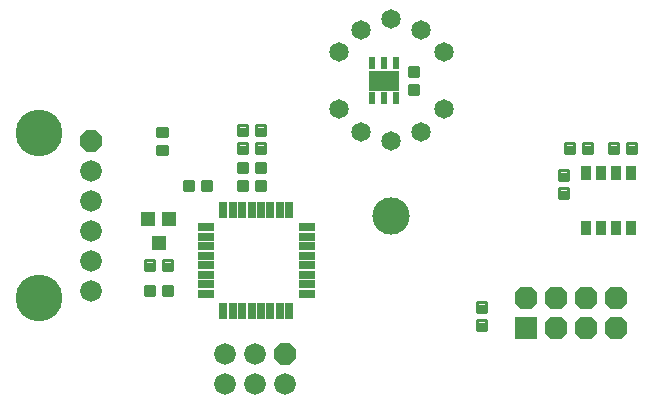
<source format=gts>
G75*
%MOIN*%
%OFA0B0*%
%FSLAX25Y25*%
%IPPOS*%
%LPD*%
%AMOC8*
5,1,8,0,0,1.08239X$1,22.5*
%
%ADD10C,0.06506*%
%ADD11R,0.02800X0.05600*%
%ADD12R,0.05600X0.02800*%
%ADD13C,0.01025*%
%ADD14C,0.00900*%
%ADD15R,0.04600X0.05100*%
%ADD16OC8,0.07200*%
%ADD17C,0.07200*%
%ADD18R,0.02372X0.03946*%
%ADD19R,0.10443X0.06899*%
%ADD20R,0.07600X0.07600*%
%ADD21OC8,0.07600*%
%ADD22C,0.15600*%
%ADD23C,0.12411*%
%ADD24R,0.03600X0.05100*%
D10*
X0155083Y0101000D03*
X0145083Y0104000D03*
X0137583Y0111500D03*
X0165083Y0104000D03*
X0172583Y0111500D03*
X0172583Y0130500D03*
X0165083Y0138000D03*
X0155083Y0141500D03*
X0145083Y0138000D03*
X0137583Y0130500D03*
D11*
X0121107Y0077900D03*
X0117957Y0077900D03*
X0114808Y0077900D03*
X0111658Y0077900D03*
X0108509Y0077900D03*
X0105359Y0077900D03*
X0102209Y0077900D03*
X0099060Y0077900D03*
X0099060Y0044100D03*
X0102209Y0044100D03*
X0105359Y0044100D03*
X0108509Y0044100D03*
X0111658Y0044100D03*
X0114808Y0044100D03*
X0117957Y0044100D03*
X0121107Y0044100D03*
D12*
X0126983Y0049976D03*
X0126983Y0053126D03*
X0126983Y0056276D03*
X0126983Y0059425D03*
X0126983Y0062575D03*
X0126983Y0065724D03*
X0126983Y0068874D03*
X0126983Y0072024D03*
X0093183Y0072024D03*
X0093183Y0068874D03*
X0093183Y0065724D03*
X0093183Y0062575D03*
X0093183Y0059425D03*
X0093183Y0056276D03*
X0093183Y0053126D03*
X0093183Y0049976D03*
D13*
X0082121Y0049462D02*
X0079045Y0049462D01*
X0079045Y0052538D01*
X0082121Y0052538D01*
X0082121Y0049462D01*
X0082121Y0050486D02*
X0079045Y0050486D01*
X0079045Y0051510D02*
X0082121Y0051510D01*
X0082121Y0052534D02*
X0079045Y0052534D01*
X0076121Y0049462D02*
X0073045Y0049462D01*
X0073045Y0052538D01*
X0076121Y0052538D01*
X0076121Y0049462D01*
X0076121Y0050486D02*
X0073045Y0050486D01*
X0073045Y0051510D02*
X0076121Y0051510D01*
X0076121Y0052534D02*
X0073045Y0052534D01*
X0073045Y0061038D02*
X0076121Y0061038D01*
X0076121Y0057962D01*
X0073045Y0057962D01*
X0073045Y0061038D01*
X0073045Y0058986D02*
X0076121Y0058986D01*
X0076121Y0060010D02*
X0073045Y0060010D01*
X0073045Y0061034D02*
X0076121Y0061034D01*
X0079045Y0061038D02*
X0082121Y0061038D01*
X0082121Y0057962D01*
X0079045Y0057962D01*
X0079045Y0061038D01*
X0079045Y0058986D02*
X0082121Y0058986D01*
X0082121Y0060010D02*
X0079045Y0060010D01*
X0079045Y0061034D02*
X0082121Y0061034D01*
X0086045Y0087538D02*
X0089121Y0087538D01*
X0089121Y0084462D01*
X0086045Y0084462D01*
X0086045Y0087538D01*
X0086045Y0085486D02*
X0089121Y0085486D01*
X0089121Y0086510D02*
X0086045Y0086510D01*
X0086045Y0087534D02*
X0089121Y0087534D01*
X0092045Y0087538D02*
X0095121Y0087538D01*
X0095121Y0084462D01*
X0092045Y0084462D01*
X0092045Y0087538D01*
X0092045Y0085486D02*
X0095121Y0085486D01*
X0095121Y0086510D02*
X0092045Y0086510D01*
X0092045Y0087534D02*
X0095121Y0087534D01*
X0104045Y0087538D02*
X0107121Y0087538D01*
X0107121Y0084462D01*
X0104045Y0084462D01*
X0104045Y0087538D01*
X0104045Y0085486D02*
X0107121Y0085486D01*
X0107121Y0086510D02*
X0104045Y0086510D01*
X0104045Y0087534D02*
X0107121Y0087534D01*
X0110045Y0087538D02*
X0113121Y0087538D01*
X0113121Y0084462D01*
X0110045Y0084462D01*
X0110045Y0087538D01*
X0110045Y0085486D02*
X0113121Y0085486D01*
X0113121Y0086510D02*
X0110045Y0086510D01*
X0110045Y0087534D02*
X0113121Y0087534D01*
X0113121Y0093538D02*
X0110045Y0093538D01*
X0113121Y0093538D02*
X0113121Y0090462D01*
X0110045Y0090462D01*
X0110045Y0093538D01*
X0110045Y0091486D02*
X0113121Y0091486D01*
X0113121Y0092510D02*
X0110045Y0092510D01*
X0110045Y0093534D02*
X0113121Y0093534D01*
X0110045Y0096962D02*
X0110045Y0100038D01*
X0113121Y0100038D01*
X0113121Y0096962D01*
X0110045Y0096962D01*
X0110045Y0097986D02*
X0113121Y0097986D01*
X0113121Y0099010D02*
X0110045Y0099010D01*
X0110045Y0100034D02*
X0113121Y0100034D01*
X0110045Y0102962D02*
X0110045Y0106038D01*
X0113121Y0106038D01*
X0113121Y0102962D01*
X0110045Y0102962D01*
X0110045Y0103986D02*
X0113121Y0103986D01*
X0113121Y0105010D02*
X0110045Y0105010D01*
X0110045Y0106034D02*
X0113121Y0106034D01*
X0104045Y0106038D02*
X0104045Y0102962D01*
X0104045Y0106038D02*
X0107121Y0106038D01*
X0107121Y0102962D01*
X0104045Y0102962D01*
X0104045Y0103986D02*
X0107121Y0103986D01*
X0107121Y0105010D02*
X0104045Y0105010D01*
X0104045Y0106034D02*
X0107121Y0106034D01*
X0104045Y0100038D02*
X0104045Y0096962D01*
X0104045Y0100038D02*
X0107121Y0100038D01*
X0107121Y0096962D01*
X0104045Y0096962D01*
X0104045Y0097986D02*
X0107121Y0097986D01*
X0107121Y0099010D02*
X0104045Y0099010D01*
X0104045Y0100034D02*
X0107121Y0100034D01*
X0107121Y0093538D02*
X0104045Y0093538D01*
X0107121Y0093538D02*
X0107121Y0090462D01*
X0104045Y0090462D01*
X0104045Y0093538D01*
X0104045Y0091486D02*
X0107121Y0091486D01*
X0107121Y0092510D02*
X0104045Y0092510D01*
X0104045Y0093534D02*
X0107121Y0093534D01*
X0161045Y0116462D02*
X0161045Y0119538D01*
X0164121Y0119538D01*
X0164121Y0116462D01*
X0161045Y0116462D01*
X0161045Y0117486D02*
X0164121Y0117486D01*
X0164121Y0118510D02*
X0161045Y0118510D01*
X0161045Y0119534D02*
X0164121Y0119534D01*
X0161045Y0122462D02*
X0161045Y0125538D01*
X0164121Y0125538D01*
X0164121Y0122462D01*
X0161045Y0122462D01*
X0161045Y0123486D02*
X0164121Y0123486D01*
X0164121Y0124510D02*
X0161045Y0124510D01*
X0161045Y0125534D02*
X0164121Y0125534D01*
X0213045Y0096962D02*
X0216121Y0096962D01*
X0213045Y0096962D02*
X0213045Y0100038D01*
X0216121Y0100038D01*
X0216121Y0096962D01*
X0216121Y0097986D02*
X0213045Y0097986D01*
X0213045Y0099010D02*
X0216121Y0099010D01*
X0216121Y0100034D02*
X0213045Y0100034D01*
X0219045Y0096962D02*
X0222121Y0096962D01*
X0219045Y0096962D02*
X0219045Y0100038D01*
X0222121Y0100038D01*
X0222121Y0096962D01*
X0222121Y0097986D02*
X0219045Y0097986D01*
X0219045Y0099010D02*
X0222121Y0099010D01*
X0222121Y0100034D02*
X0219045Y0100034D01*
X0227545Y0100038D02*
X0230621Y0100038D01*
X0230621Y0096962D01*
X0227545Y0096962D01*
X0227545Y0100038D01*
X0227545Y0097986D02*
X0230621Y0097986D01*
X0230621Y0099010D02*
X0227545Y0099010D01*
X0227545Y0100034D02*
X0230621Y0100034D01*
X0233545Y0100038D02*
X0236621Y0100038D01*
X0236621Y0096962D01*
X0233545Y0096962D01*
X0233545Y0100038D01*
X0233545Y0097986D02*
X0236621Y0097986D01*
X0236621Y0099010D02*
X0233545Y0099010D01*
X0233545Y0100034D02*
X0236621Y0100034D01*
X0214121Y0091038D02*
X0214121Y0087962D01*
X0211045Y0087962D01*
X0211045Y0091038D01*
X0214121Y0091038D01*
X0214121Y0088986D02*
X0211045Y0088986D01*
X0211045Y0090010D02*
X0214121Y0090010D01*
X0214121Y0091034D02*
X0211045Y0091034D01*
X0214121Y0085038D02*
X0214121Y0081962D01*
X0211045Y0081962D01*
X0211045Y0085038D01*
X0214121Y0085038D01*
X0214121Y0082986D02*
X0211045Y0082986D01*
X0211045Y0084010D02*
X0214121Y0084010D01*
X0214121Y0085034D02*
X0211045Y0085034D01*
X0186621Y0047038D02*
X0186621Y0043962D01*
X0183545Y0043962D01*
X0183545Y0047038D01*
X0186621Y0047038D01*
X0186621Y0044986D02*
X0183545Y0044986D01*
X0183545Y0046010D02*
X0186621Y0046010D01*
X0186621Y0047034D02*
X0183545Y0047034D01*
X0186621Y0041038D02*
X0186621Y0037962D01*
X0183545Y0037962D01*
X0183545Y0041038D01*
X0186621Y0041038D01*
X0186621Y0038986D02*
X0183545Y0038986D01*
X0183545Y0040010D02*
X0186621Y0040010D01*
X0186621Y0041034D02*
X0183545Y0041034D01*
D14*
X0080183Y0096650D02*
X0080183Y0099350D01*
X0080183Y0096650D02*
X0076983Y0096650D01*
X0076983Y0099350D01*
X0080183Y0099350D01*
X0080183Y0097549D02*
X0076983Y0097549D01*
X0076983Y0098448D02*
X0080183Y0098448D01*
X0080183Y0099347D02*
X0076983Y0099347D01*
X0080183Y0102650D02*
X0080183Y0105350D01*
X0080183Y0102650D02*
X0076983Y0102650D01*
X0076983Y0105350D01*
X0080183Y0105350D01*
X0080183Y0103549D02*
X0076983Y0103549D01*
X0076983Y0104448D02*
X0080183Y0104448D01*
X0080183Y0105347D02*
X0076983Y0105347D01*
D15*
X0074083Y0075000D03*
X0081083Y0075000D03*
X0077583Y0067000D03*
D16*
X0055083Y0101000D03*
X0119583Y0030000D03*
D17*
X0109583Y0030000D03*
X0099583Y0030000D03*
X0099583Y0020000D03*
X0109583Y0020000D03*
X0119583Y0020000D03*
X0055083Y0051000D03*
X0055083Y0061000D03*
X0055083Y0071000D03*
X0055083Y0081000D03*
X0055083Y0091000D03*
D18*
X0148646Y0115291D03*
X0152583Y0115291D03*
X0156520Y0115291D03*
X0156520Y0126709D03*
X0152583Y0126709D03*
X0148646Y0126709D03*
D19*
X0152583Y0121000D03*
D20*
X0200012Y0038434D03*
D21*
X0210012Y0038434D03*
X0220012Y0038434D03*
X0230012Y0038434D03*
X0230012Y0048434D03*
X0220012Y0048434D03*
X0210012Y0048434D03*
X0200012Y0048434D03*
D22*
X0037646Y0048441D03*
X0037646Y0103559D03*
D23*
X0154969Y0076000D03*
D24*
X0220083Y0071700D03*
X0225083Y0071700D03*
X0230083Y0071700D03*
X0235083Y0071700D03*
X0235083Y0090300D03*
X0230083Y0090300D03*
X0225083Y0090300D03*
X0220083Y0090300D03*
M02*

</source>
